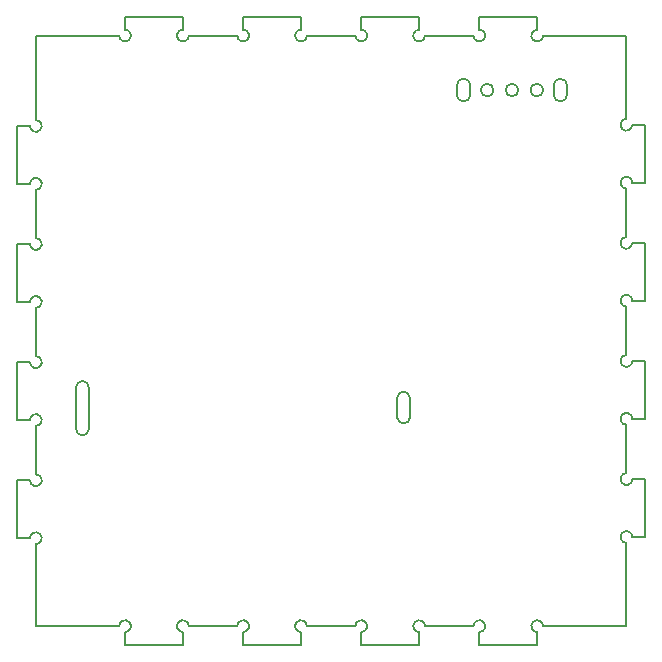
<source format=gbr>
G04 #@! TF.GenerationSoftware,KiCad,Pcbnew,(5.1.2)-1*
G04 #@! TF.CreationDate,2019-05-11T13:20:20-07:00*
G04 #@! TF.ProjectId,PartsExport,50617274-7345-4787-906f-72742e6b6963,rev?*
G04 #@! TF.SameCoordinates,Original*
G04 #@! TF.FileFunction,Profile,NP*
%FSLAX46Y46*%
G04 Gerber Fmt 4.6, Leading zero omitted, Abs format (unit mm)*
G04 Created by KiCad (PCBNEW (5.1.2)-1) date 2019-05-11 13:20:20*
%MOMM*%
%LPD*%
G04 APERTURE LIST*
%ADD10C,0.200000*%
G04 APERTURE END LIST*
D10*
X95880866Y-113150584D02*
G75*
G02X95380866Y-112650584I0J500000D01*
G01*
X132773000Y-84020000D02*
X132773000Y-83814000D01*
X134476000Y-83417000D02*
G75*
G02X134873000Y-83814000I0J-397000D01*
G01*
X134476000Y-83417000D02*
X134270000Y-83417000D01*
X132376000Y-83417000D02*
G75*
G02X132773000Y-83814000I0J-397000D01*
G01*
X134270000Y-84417000D02*
G75*
G02X133873000Y-84020000I0J397000D01*
G01*
X132376000Y-83417000D02*
X132170000Y-83417000D01*
X133873000Y-83814000D02*
G75*
G02X134270000Y-83417000I397000J0D01*
G01*
X136323000Y-84867000D02*
X136423000Y-84867000D01*
X134873000Y-84020000D02*
G75*
G02X134476000Y-84417000I-397000J0D01*
G01*
X131773000Y-83814000D02*
G75*
G02X132170000Y-83417000I397000J0D01*
G01*
X131773000Y-83814000D02*
X131773000Y-84020000D01*
X132170000Y-84417000D02*
G75*
G02X131773000Y-84020000I0J397000D01*
G01*
X136323000Y-84867000D02*
G75*
G02X135823000Y-84367000I0J500000D01*
G01*
X132170000Y-84417000D02*
X132376000Y-84417000D01*
X133873000Y-83814000D02*
X133873000Y-84020000D01*
X135823000Y-83467000D02*
X135823000Y-84367000D01*
X134270000Y-84417000D02*
X134476000Y-84417000D01*
X134873000Y-84020000D02*
X134873000Y-83814000D01*
X136423000Y-82967000D02*
G75*
G02X136923000Y-83467000I0J-500000D01*
G01*
X135823000Y-83467000D02*
G75*
G02X136323000Y-82967000I500000J0D01*
G01*
X136423000Y-82967000D02*
X136323000Y-82967000D01*
X136923000Y-84367000D02*
G75*
G02X136423000Y-84867000I-500000J0D01*
G01*
X136923000Y-84367000D02*
X136923000Y-83467000D01*
X134411480Y-77701605D02*
X129511480Y-77701605D01*
X141961480Y-79301604D02*
X134911480Y-79301604D01*
X141961480Y-79301604D02*
X141961480Y-86351604D01*
X134411480Y-77701605D02*
X134411480Y-78801604D01*
X134911480Y-79301604D02*
G75*
G02X134411480Y-78801604I-500000J0D01*
G01*
X141961480Y-102251604D02*
G75*
G02X142461480Y-101751604I0J500000D01*
G01*
X142461480Y-106851604D02*
G75*
G02X141961480Y-106351604I-500000J0D01*
G01*
X124411480Y-130901603D02*
X119511480Y-130901603D01*
X99011480Y-129301604D02*
G75*
G02X99511480Y-129801604I500000J0D01*
G01*
X143561480Y-116851604D02*
X142461480Y-116851604D01*
X141961480Y-122251604D02*
G75*
G02X142461480Y-121751604I0J500000D01*
G01*
X104411480Y-130901604D02*
X99511480Y-130901603D01*
X143561480Y-91751604D02*
X142461480Y-91751604D01*
X119011480Y-129301604D02*
G75*
G02X119511480Y-129801604I500000J0D01*
G01*
X141961480Y-102251604D02*
X141961480Y-106351604D01*
X142461480Y-96851604D02*
G75*
G02X141961480Y-96351604I-500000J0D01*
G01*
X143561480Y-106851604D02*
X143561480Y-111751604D01*
X114411480Y-129801603D02*
G75*
G02X114911480Y-129301603I0J500000D01*
G01*
X141961480Y-112251604D02*
X141961480Y-116351604D01*
X143561480Y-121751604D02*
X142461480Y-121751604D01*
X114411480Y-129801603D02*
X114411480Y-130901603D01*
X109011480Y-129301604D02*
X104911480Y-129301604D01*
X90361481Y-111851603D02*
X90361481Y-106951604D01*
X134411480Y-129801603D02*
X134411480Y-130901603D01*
X91961480Y-112351603D02*
X91961480Y-116451604D01*
X124411480Y-129801603D02*
X124411480Y-130901603D01*
X90361481Y-121851604D02*
X90361481Y-116951604D01*
X91461481Y-106951604D02*
X90361481Y-106951604D01*
X91961480Y-122351604D02*
X91961480Y-129301604D01*
X91961480Y-116451605D02*
G75*
G02X91461481Y-116951604I0J-499999D01*
G01*
X143561480Y-86851604D02*
X143561480Y-91751604D01*
X143561480Y-96851604D02*
X142461480Y-96851604D01*
X134411480Y-130901603D02*
X129511480Y-130901603D01*
X141961480Y-129301604D02*
X134911480Y-129301603D01*
X109511480Y-129801604D02*
X109511480Y-130901603D01*
X114411480Y-130901603D02*
X109511480Y-130901603D01*
X143561480Y-101751604D02*
X142461480Y-101751604D01*
X143561480Y-96851604D02*
X143561480Y-101751604D01*
X143561480Y-106851604D02*
X142461480Y-106851604D01*
X143561480Y-111751604D02*
X142461480Y-111751604D01*
X141961480Y-122251604D02*
X141961480Y-129301604D01*
X104411480Y-129801604D02*
X104411480Y-130901604D01*
X119011480Y-129301604D02*
X114911480Y-129301604D01*
X141961480Y-112251604D02*
G75*
G02X142461480Y-111751604I0J500000D01*
G01*
X134411480Y-129801603D02*
G75*
G02X134911480Y-129301603I0J500000D01*
G01*
X91461481Y-111851603D02*
X90361481Y-111851603D01*
X91461480Y-121851604D02*
G75*
G02X91961480Y-122351604I500000J0D01*
G01*
X99511480Y-129801604D02*
X99511480Y-130901603D01*
X91461480Y-111851603D02*
G75*
G02X91961480Y-112351603I500000J0D01*
G01*
X104411480Y-129801604D02*
G75*
G02X104911480Y-129301604I0J500000D01*
G01*
X91461481Y-116951604D02*
X90361481Y-116951604D01*
X142461480Y-116851604D02*
G75*
G02X141961480Y-116351604I-500000J0D01*
G01*
X129511480Y-129801604D02*
X129511480Y-130901603D01*
X143561480Y-116851604D02*
X143561480Y-121751604D01*
X129011480Y-129301604D02*
G75*
G02X129511480Y-129801604I500000J0D01*
G01*
X129011480Y-129301604D02*
X124911480Y-129301604D01*
X91961480Y-102351604D02*
X91961480Y-106451604D01*
X91461481Y-101851604D02*
X90361481Y-101851604D01*
X124411480Y-129801603D02*
G75*
G02X124911480Y-129301603I0J500000D01*
G01*
X99011480Y-129301604D02*
X91961480Y-129301604D01*
X119511480Y-129801604D02*
X119511480Y-130901603D01*
X91961480Y-106451605D02*
G75*
G02X91461481Y-106951604I0J-499999D01*
G01*
X91461480Y-101851604D02*
G75*
G02X91961480Y-102351604I500000J0D01*
G01*
X91461481Y-121851604D02*
X90361481Y-121851604D01*
X142461480Y-86851604D02*
G75*
G02X141961480Y-86351604I-500000J0D01*
G01*
X143561480Y-86851604D02*
X142461480Y-86851604D01*
X109011480Y-129301604D02*
G75*
G02X109511480Y-129801604I500000J0D01*
G01*
X141961480Y-92251604D02*
G75*
G02X142461480Y-91751604I0J500000D01*
G01*
X141961480Y-92251604D02*
X141961480Y-96351604D01*
X130673000Y-84020000D02*
X130673000Y-83814000D01*
X130276000Y-83417000D02*
X130070000Y-83417000D01*
X91961480Y-96451605D02*
G75*
G02X91461481Y-96951604I0J-499999D01*
G01*
X128223000Y-82967000D02*
G75*
G02X128723000Y-83467000I0J-500000D01*
G01*
X109011480Y-79301604D02*
X104911480Y-79301604D01*
X114411480Y-77701604D02*
X109511480Y-77701605D01*
X129511480Y-77701605D02*
X129511480Y-78801604D01*
X123120866Y-109450584D02*
X123070866Y-109450584D01*
X95380866Y-109060584D02*
G75*
G02X95880866Y-108560584I500000J0D01*
G01*
X91461480Y-91851604D02*
G75*
G02X91961480Y-92351604I500000J0D01*
G01*
X119511480Y-77701605D02*
X119511480Y-78801604D01*
X91461481Y-91851604D02*
X90361481Y-91851604D01*
X90361481Y-91851604D02*
X90361481Y-86951603D01*
X128723000Y-84367000D02*
G75*
G02X128223000Y-84867000I-500000J0D01*
G01*
X91461481Y-86951603D02*
X90361481Y-86951603D01*
X91961480Y-79301604D02*
X91961480Y-86451603D01*
X99011479Y-79301604D02*
X91961480Y-79301604D01*
X109511480Y-77701605D02*
X109511480Y-78801604D01*
X114911479Y-79301604D02*
G75*
G02X114411480Y-78801605I-499999J0D01*
G01*
X128123000Y-84867000D02*
G75*
G02X127623000Y-84367000I0J500000D01*
G01*
X119011480Y-79301604D02*
X114911480Y-79301604D01*
X129511480Y-78801604D02*
G75*
G02X129011480Y-79301604I0J-500000D01*
G01*
X123070866Y-112140584D02*
G75*
G02X122570866Y-111640584I0J500000D01*
G01*
X99511479Y-77701605D02*
X99511479Y-78801604D01*
X129673000Y-83814000D02*
X129673000Y-84020000D01*
X104411480Y-77701604D02*
X99511479Y-77701605D01*
X109511480Y-78801604D02*
G75*
G02X109011480Y-79301604I0J-500000D01*
G01*
X114411480Y-77701604D02*
X114411480Y-78801605D01*
X119511480Y-78801604D02*
G75*
G02X119011480Y-79301604I0J-500000D01*
G01*
X124411480Y-77701604D02*
X119511480Y-77701605D01*
X127623000Y-83467000D02*
X127623000Y-84367000D01*
X124411480Y-77701604D02*
X124411480Y-78801605D01*
X123620866Y-111640584D02*
X123620866Y-109950584D01*
X123070866Y-112140584D02*
X123120866Y-112140584D01*
X122570866Y-109950584D02*
X122570866Y-111640584D01*
X127623000Y-83467000D02*
G75*
G02X128123000Y-82967000I500000J0D01*
G01*
X95380866Y-109060584D02*
X95380866Y-112650584D01*
X129011480Y-79301604D02*
X124911480Y-79301604D01*
X122570866Y-109950584D02*
G75*
G02X123070866Y-109450584I500000J0D01*
G01*
X96430866Y-112650584D02*
G75*
G02X95930866Y-113150584I-500000J0D01*
G01*
X96430866Y-112650584D02*
X96430866Y-109060584D01*
X95930866Y-108560584D02*
X95880866Y-108560584D01*
X130070000Y-84417000D02*
X130276000Y-84417000D01*
X128223000Y-82967000D02*
X128123000Y-82967000D01*
X95930866Y-108560584D02*
G75*
G02X96430866Y-109060584I0J-500000D01*
G01*
X99511479Y-78801604D02*
G75*
G02X99011479Y-79301604I0J-500000D01*
G01*
X104411480Y-77701604D02*
X104411480Y-78801605D01*
X132773000Y-84020000D02*
G75*
G02X132376000Y-84417000I-397000J0D01*
G01*
X128723000Y-84367000D02*
X128723000Y-83467000D01*
X130276000Y-83417000D02*
G75*
G02X130673000Y-83814000I0J-397000D01*
G01*
X91961480Y-92351604D02*
X91961480Y-96451604D01*
X90361481Y-101851604D02*
X90361481Y-96951604D01*
X91961480Y-86451604D02*
G75*
G02X91461481Y-86951603I0J-499999D01*
G01*
X123120866Y-109450584D02*
G75*
G02X123620866Y-109950584I0J-500000D01*
G01*
X129673000Y-83814000D02*
G75*
G02X130070000Y-83417000I397000J0D01*
G01*
X95880866Y-113150584D02*
X95930866Y-113150584D01*
X124911479Y-79301604D02*
G75*
G02X124411480Y-78801605I-499999J0D01*
G01*
X123620866Y-111640584D02*
G75*
G02X123120866Y-112140584I-500000J0D01*
G01*
X91461481Y-96951604D02*
X90361481Y-96951604D01*
X130673000Y-84020000D02*
G75*
G02X130276000Y-84417000I-397000J0D01*
G01*
X104911479Y-79301604D02*
G75*
G02X104411480Y-78801605I-499999J0D01*
G01*
X128123000Y-84867000D02*
X128223000Y-84867000D01*
X130070000Y-84417000D02*
G75*
G02X129673000Y-84020000I0J397000D01*
G01*
M02*

</source>
